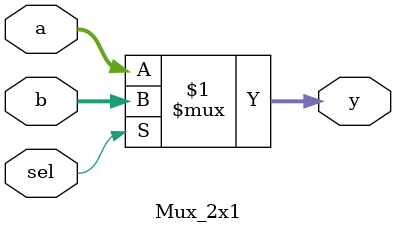
<source format=v>
`timescale 1ns / 1ps


module Mux_2x1( sel, a, b, y );
    parameter bitwidth=32;
    input sel;
    input  [bitwidth-1:0] a, b;
    output [bitwidth-1:0] y;

    assign y = sel ? b : a;
endmodule


</source>
